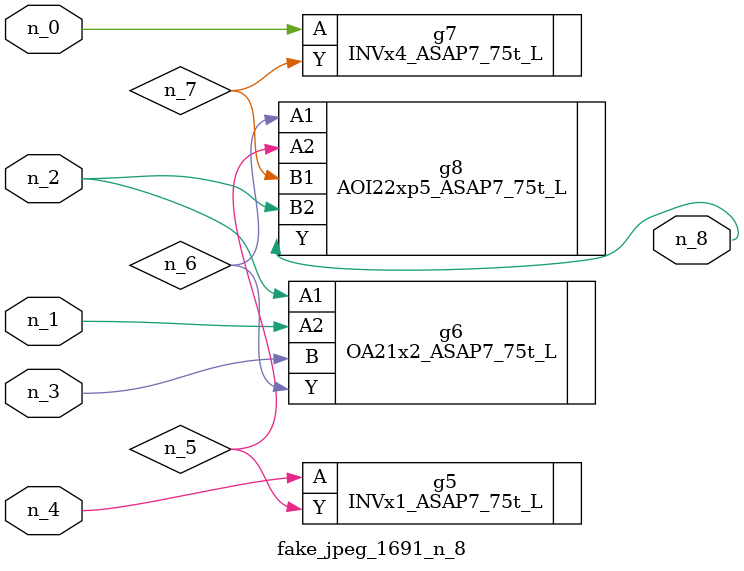
<source format=v>
module fake_jpeg_1691_n_8 (n_3, n_2, n_1, n_0, n_4, n_8);

input n_3;
input n_2;
input n_1;
input n_0;
input n_4;

output n_8;

wire n_6;
wire n_5;
wire n_7;

INVx1_ASAP7_75t_L g5 ( 
.A(n_4),
.Y(n_5)
);

OA21x2_ASAP7_75t_L g6 ( 
.A1(n_2),
.A2(n_1),
.B(n_3),
.Y(n_6)
);

INVx4_ASAP7_75t_L g7 ( 
.A(n_0),
.Y(n_7)
);

AOI22xp5_ASAP7_75t_L g8 ( 
.A1(n_6),
.A2(n_5),
.B1(n_7),
.B2(n_2),
.Y(n_8)
);


endmodule
</source>
